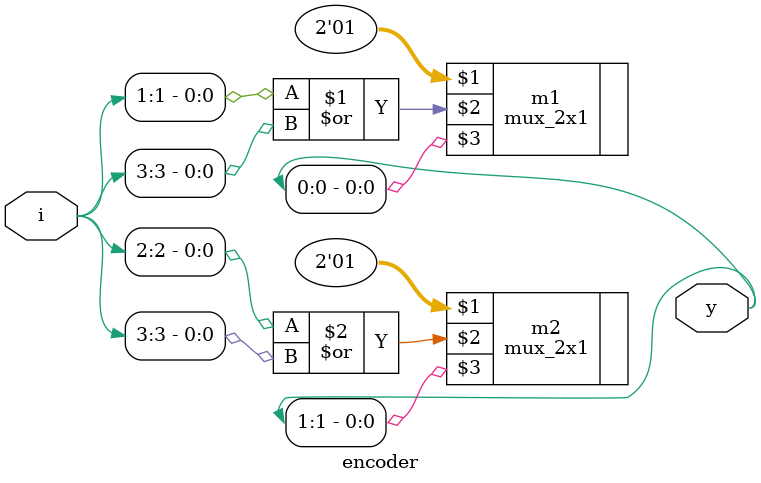
<source format=v>
`include "mux_2x1_dataflow.v"
module encoder(i,y);
input [3:0] i;
output [1:0] y;

mux_2x1 m1({2'b01},i[1]|i[3],y[0]);
mux_2x1 m2({2'b01},i[2]|i[3],y[1]);

endmodule


</source>
